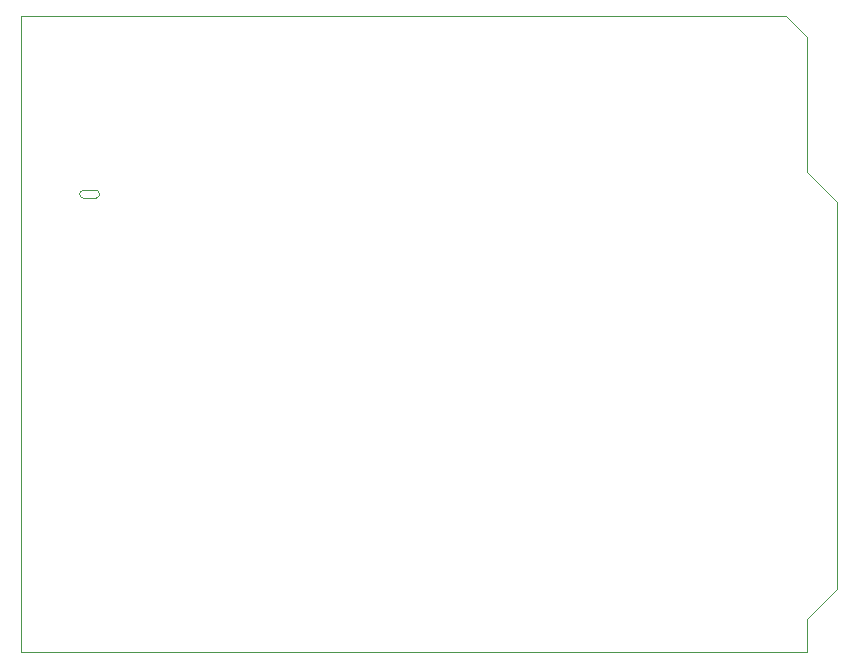
<source format=gbr>
%TF.GenerationSoftware,KiCad,Pcbnew,7.0.6*%
%TF.CreationDate,2024-02-07T19:17:42+08:00*%
%TF.ProjectId,PCB_Main_Board_ESP32S3_RFM95,5043425f-4d61-4696-9e5f-426f6172645f,rev?*%
%TF.SameCoordinates,Original*%
%TF.FileFunction,Profile,NP*%
%FSLAX46Y46*%
G04 Gerber Fmt 4.6, Leading zero omitted, Abs format (unit mm)*
G04 Created by KiCad (PCBNEW 7.0.6) date 2024-02-07 19:17:42*
%MOMM*%
%LPD*%
G01*
G04 APERTURE LIST*
%TA.AperFunction,Profile*%
%ADD10C,0.050000*%
%TD*%
%TA.AperFunction,Profile*%
%ADD11C,0.010000*%
%TD*%
G04 APERTURE END LIST*
D10*
X39522400Y-111150400D02*
X39522400Y-57302400D01*
X106095800Y-70535800D02*
X108610400Y-73050400D01*
X106070400Y-59080400D02*
X106095800Y-70535800D01*
X106070400Y-108356400D02*
X106070400Y-111150400D01*
X108610400Y-105816400D02*
X106070400Y-108356400D01*
X104292400Y-57302400D02*
X106070400Y-59080400D01*
X106070400Y-111150400D02*
X39522400Y-111150400D01*
X108610400Y-73050400D02*
X108610400Y-105816400D01*
X39522400Y-57302400D02*
X104292400Y-57302400D01*
D11*
%TO.C,J2*%
X44810000Y-72075000D02*
X45860000Y-72075000D01*
X45910000Y-72725000D02*
X44810000Y-72725000D01*
X46209999Y-72395000D02*
G75*
G03*
X45860000Y-72075001I-334999J-15000D01*
G01*
X45910000Y-72724999D02*
G75*
G03*
X46209999Y-72395000I-15000J314999D01*
G01*
X44810000Y-72075000D02*
G75*
G03*
X44510000Y-72395000I10000J-310000D01*
G01*
X44510001Y-72395000D02*
G75*
G03*
X44810000Y-72724999I314999J-15000D01*
G01*
%TD*%
M02*

</source>
